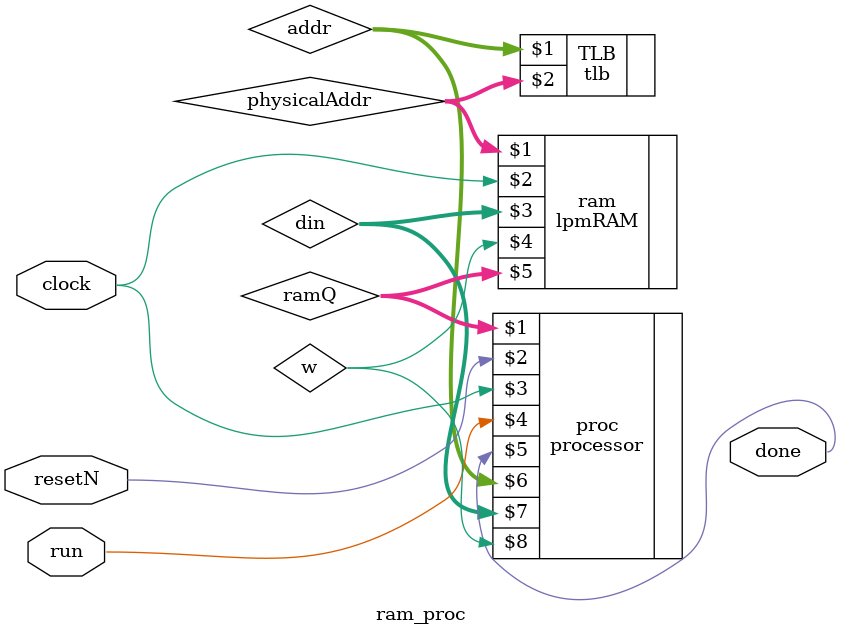
<source format=v>

module ram_proc(input clock, resetN, run, 
					 output done);
	
	wire [15:0] ramQ, addr, din;
	wire [5:0] physicalAddr;
	wire w;
	
	lpmRAM ram(physicalAddr, clock, din, w, ramQ);
	tlb TLB(addr, physicalAddr);
	processor proc(ramQ, resetN, clock, run, done, addr, din, w);
	
endmodule

// Tentativa de uso para a placa

//module disp7seg(binario, decodificacao);
//	parameter tamanho = 6;
//		
//	input [tamanho - 1:0] binario;
//	output reg [0:6] decodificacao;
//	
//	always @(binario) begin
//	case(binario) //					               abcdefg
//			8'b00000000: decodificacao = 7'b0000001; // 0
//			8'b00000001: decodificacao = 7'b1001111; // 1
//			8'b00000010: decodificacao = 7'b0010010; // 2
//			8'b00000011: decodificacao = 7'b0000110; // 3
//			8'b00000100: decodificacao = 7'b1001100; // 4
//			8'b00000101: decodificacao = 7'b0100100; // 5
//			8'b00000110: decodificacao = 7'b0100000; // 6
//			8'b00000111: decodificacao = 7'b0001101; // 7
//			8'b00001000: decodificacao = 7'b0000000; // 8
//			8'b00001001: decodificacao = 7'b0000100; // 9
//			8'b00001010: decodificacao = 7'b0001000; // A
//			8'b00001011: decodificacao = 7'b1100000; // b
//			8'b00001100: decodificacao = 7'b0110001; // C
//			8'b00001101: decodificacao = 7'b1000010; // d
//			8'b00001110: decodificacao = 7'b0110000; // E
//			8'b00001111: decodificacao = 7'b0111000; // F
//	endcase
//	end
//endmodule
//
//module counter_50(input CLK, clear, output reg [31:0] out);
//	
//	always @(posedge CLK, posedge clear) begin
//		if (clear) begin
//			out = 32'b0;
//		end else begin 
//			out = out + 1'b1;
//		end
//	end
//	
//endmodule


//module ram_proc(input [17:0] SW, input CLOCK_50,
//					 input [0:0]KEY,
//					 output [8:0]LEDG, output [17:0]LEDR,
//					 output [0:6] HEX0, HEX1, HEX2, HEX3, HEX4, HEX5, HEX6, HEX7);
//
//	wire [15:0] ramQ, addr, din;
//	wire w, run, resetN;
//	wire [31:0] outCnt;
//	wire [15:0] out0, out1, out2, out3;
//	wire [9:0] IR;
//	wire [2:0] step;
//	wire [15:0]pc;
//	assign run = SW[0];
//	assign resetN = SW[1];
//	
//	wire clock;
//	
//   assign clock = ~KEY[0:0];
//	//assign LEDG[5:0] = addr[5:0];
//	assign LEDR[2:0] = step; 
//	
//	//counter_50 cnt(CLOCK_50, resetN, outCnt);
//	lpmRAM ram(addr[5:0], clock, din, w, ramQ);
//	processor proc(ramQ, resetN, clock, run, done, addr, din, w, out0, out1, out2, out3, step, pc ,IR);	//Placa
//	//processor proc(ramQ, resetN, clock, run, done, addr, din, w);		//Modelsim
//	
//	assign LEDR[17:8] = IR[9:0]; 
//	
//	assign LEDG[8:8] = done;
//	disp7seg #(4) dispOP(ramQ[3:0],HEX7);
//	
//	disp7seg #(3) dispX(ramQ[6:4],HEX5);
//	disp7seg #(3) dispY(ramQ[9:7],HEX4);
//	
//	disp7seg #(4) disppc(pc[3:0],HEX6);
//	
//	disp7seg #(4) disp0(out0[3:0],HEX3);
//	disp7seg #(4) disp1(out1[3:0],HEX2);
//   disp7seg #(4) disp2(out2[3:0],HEX1);
//   disp7seg #(4) disp3(out3[3:0],HEX0);
//	
//endmodule

</source>
